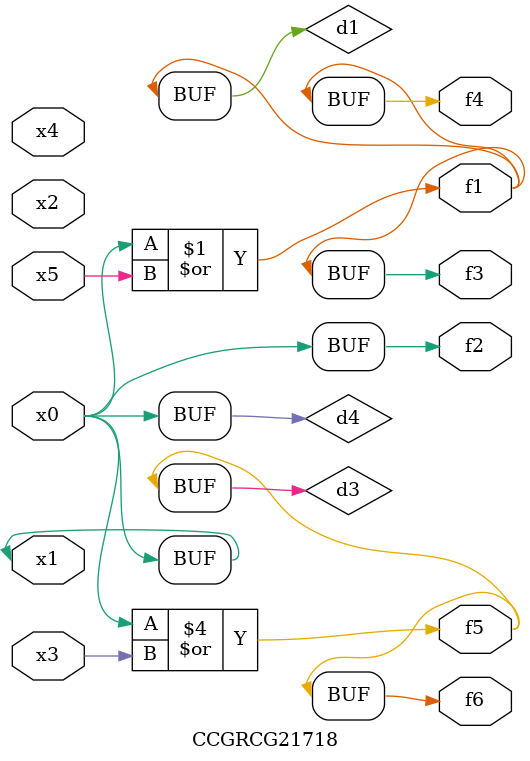
<source format=v>
module CCGRCG21718(
	input x0, x1, x2, x3, x4, x5,
	output f1, f2, f3, f4, f5, f6
);

	wire d1, d2, d3, d4;

	or (d1, x0, x5);
	xnor (d2, x1, x4);
	or (d3, x0, x3);
	buf (d4, x0, x1);
	assign f1 = d1;
	assign f2 = d4;
	assign f3 = d1;
	assign f4 = d1;
	assign f5 = d3;
	assign f6 = d3;
endmodule

</source>
